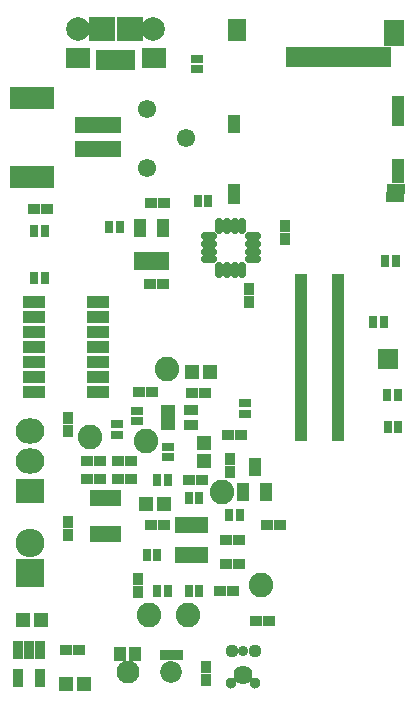
<source format=gbr>
G04 #@! TF.FileFunction,Soldermask,Top*
%FSLAX46Y46*%
G04 Gerber Fmt 4.6, Leading zero omitted, Abs format (unit mm)*
G04 Created by KiCad (PCBNEW 0.201601221447+6507~42~ubuntu15.10.1-product) date Fri 22 Jan 2016 05:48:07 PM EST*
%MOMM*%
G01*
G04 APERTURE LIST*
%ADD10C,0.100000*%
%ADD11R,1.000000X0.900000*%
%ADD12R,1.100000X0.600000*%
%ADD13R,2.432000X2.127200*%
%ADD14O,2.432000X2.127200*%
%ADD15R,0.900000X1.000000*%
%ADD16R,1.200000X1.150000*%
%ADD17R,1.150000X1.200000*%
%ADD18R,0.800000X1.000000*%
%ADD19R,1.000000X0.800000*%
%ADD20R,1.000000X1.500000*%
%ADD21R,1.170000X0.820000*%
%ADD22R,0.880000X1.390000*%
%ADD23R,1.000000X1.650000*%
%ADD24C,2.080000*%
%ADD25R,0.670000X1.400000*%
%ADD26R,0.900000X1.600000*%
%ADD27C,1.550000*%
%ADD28R,3.795980X1.898600*%
%ADD29R,3.897580X1.395680*%
%ADD30O,1.400000X0.700000*%
%ADD31O,0.700000X1.400000*%
%ADD32R,1.200000X1.800000*%
%ADD33R,1.750000X2.200000*%
%ADD34R,1.560000X1.900000*%
%ADD35R,1.050000X2.540000*%
%ADD36R,1.000000X1.550000*%
%ADD37R,1.050000X2.000000*%
%ADD38R,1.050000X1.700000*%
%ADD39R,1.500000X0.850000*%
%ADD40R,1.550000X0.850000*%
%ADD41R,2.432000X2.432000*%
%ADD42O,2.432000X2.432000*%
%ADD43R,0.850000X0.850000*%
%ADD44C,1.123000*%
%ADD45C,0.962000*%
%ADD46C,0.912000*%
%ADD47C,1.624000*%
%ADD48R,1.050000X0.945000*%
%ADD49C,1.850000*%
%ADD50R,1.000000X1.200000*%
%ADD51C,1.950000*%
%ADD52R,1.950000X1.000000*%
%ADD53R,2.300000X2.000000*%
%ADD54R,2.000000X1.800000*%
%ADD55R,0.800000X1.750000*%
%ADD56C,2.000000*%
G04 APERTURE END LIST*
D10*
D11*
X140420000Y-121666000D03*
X141520000Y-121666000D03*
D12*
X152781000Y-125443000D03*
X149701000Y-125443000D03*
X152781000Y-125043000D03*
X149701000Y-125043000D03*
X152781000Y-124643000D03*
X149701000Y-124643000D03*
X152781000Y-124243000D03*
X149701000Y-124243000D03*
X152781000Y-123843000D03*
X149701000Y-123843000D03*
X152781000Y-123443000D03*
X149701000Y-123443000D03*
X152781000Y-123043000D03*
X149701000Y-123043000D03*
X152781000Y-122643000D03*
X149701000Y-122643000D03*
X152781000Y-122243000D03*
X149701000Y-122243000D03*
X152781000Y-121843000D03*
X149701000Y-121843000D03*
X152781000Y-121443000D03*
X149701000Y-121443000D03*
X152781000Y-121043000D03*
X149701000Y-121043000D03*
X152781000Y-120643000D03*
X149701000Y-120643000D03*
X152781000Y-120243000D03*
X149701000Y-120243000D03*
X152781000Y-119843000D03*
X149701000Y-119843000D03*
X152781000Y-119443000D03*
X149701000Y-119443000D03*
X152781000Y-119043000D03*
X149701000Y-119043000D03*
X152781000Y-118643000D03*
X149701000Y-118643000D03*
X152781000Y-118243000D03*
X149701000Y-118243000D03*
X152781000Y-117843000D03*
X149701000Y-117843000D03*
X152781000Y-117443000D03*
X149701000Y-117443000D03*
X152781000Y-117043000D03*
X149701000Y-117043000D03*
X152781000Y-116643000D03*
X149701000Y-116643000D03*
X152781000Y-116243000D03*
X149701000Y-116243000D03*
X152781000Y-115843000D03*
X149701000Y-115843000D03*
X152781000Y-115443000D03*
X149701000Y-115443000D03*
X152781000Y-115043000D03*
X149701000Y-115043000D03*
X152781000Y-114643000D03*
X149701000Y-114643000D03*
X152781000Y-114243000D03*
X149701000Y-114243000D03*
X152781000Y-113843000D03*
X149701000Y-113843000D03*
X152781000Y-113443000D03*
X149701000Y-113443000D03*
X152781000Y-113043000D03*
X149701000Y-113043000D03*
X152781000Y-112643000D03*
X149701000Y-112643000D03*
X152781000Y-112243000D03*
X149701000Y-112243000D03*
X152781000Y-111843000D03*
X149701000Y-111843000D03*
D13*
X126746000Y-129921000D03*
D14*
X126746000Y-127381000D03*
X126746000Y-124841000D03*
D11*
X143341000Y-136144000D03*
X144441000Y-136144000D03*
X146981000Y-140970000D03*
X145881000Y-140970000D03*
X138074400Y-105511600D03*
X136974400Y-105511600D03*
X137964000Y-112395000D03*
X136864000Y-112395000D03*
X142833000Y-138430000D03*
X143933000Y-138430000D03*
X144568000Y-125222000D03*
X143468000Y-125222000D03*
D15*
X129921000Y-132546000D03*
X129921000Y-133646000D03*
X135890000Y-137372000D03*
X135890000Y-138472000D03*
D16*
X138037000Y-131064000D03*
X136537000Y-131064000D03*
X140462000Y-119888000D03*
X141962000Y-119888000D03*
D11*
X138091000Y-132842000D03*
X136991000Y-132842000D03*
X146770000Y-132842000D03*
X147870000Y-132842000D03*
X141266000Y-129032000D03*
X140166000Y-129032000D03*
X132630000Y-128905000D03*
X131530000Y-128905000D03*
X134197000Y-128905000D03*
X135297000Y-128905000D03*
X132630000Y-127381000D03*
X131530000Y-127381000D03*
X143341000Y-134112000D03*
X144441000Y-134112000D03*
X134197000Y-127381000D03*
X135297000Y-127381000D03*
D15*
X141605000Y-144865000D03*
X141605000Y-145965000D03*
D17*
X141478000Y-127369000D03*
X141478000Y-125869000D03*
D11*
X130852000Y-143383000D03*
X129752000Y-143383000D03*
D16*
X127623000Y-140843000D03*
X126123000Y-140843000D03*
D15*
X143637000Y-128312000D03*
X143637000Y-127212000D03*
D16*
X129806000Y-146304000D03*
X131306000Y-146304000D03*
D11*
X127085000Y-106045000D03*
X128185000Y-106045000D03*
D18*
X127958000Y-107950000D03*
X127058000Y-107950000D03*
X134308000Y-107569000D03*
X133408000Y-107569000D03*
X138372000Y-129032000D03*
X137472000Y-129032000D03*
X136583000Y-135382000D03*
X137483000Y-135382000D03*
D19*
X138430000Y-127069000D03*
X138430000Y-126169000D03*
X134112000Y-124264000D03*
X134112000Y-125164000D03*
D18*
X141039000Y-138430000D03*
X140139000Y-138430000D03*
D19*
X135763000Y-124021000D03*
X135763000Y-123121000D03*
D18*
X138372000Y-138430000D03*
X137472000Y-138430000D03*
X140139000Y-130556000D03*
X141039000Y-130556000D03*
X143568000Y-131953000D03*
X144468000Y-131953000D03*
D20*
X136057600Y-110439200D03*
X137007600Y-110439200D03*
X137957600Y-110439200D03*
X137957600Y-107639200D03*
X136057600Y-107639200D03*
D21*
X138435000Y-123048000D03*
X138435000Y-123698000D03*
X138435000Y-124348000D03*
X140335000Y-124348000D03*
X140335000Y-123048000D03*
D22*
X139416000Y-135382000D03*
X140066000Y-135382000D03*
X140716000Y-135382000D03*
X141366000Y-135382000D03*
X141366000Y-132792000D03*
X140716000Y-132792000D03*
X140066000Y-132792000D03*
X139416000Y-132792000D03*
D23*
X144785000Y-130048000D03*
X146685000Y-130048000D03*
X145735000Y-127898000D03*
D24*
X146304000Y-137922000D03*
X131826000Y-125349000D03*
X138303000Y-119634000D03*
X136525000Y-125730000D03*
X136779000Y-140462000D03*
X140081000Y-140462000D03*
X143002000Y-130048000D03*
D25*
X132096000Y-130555000D03*
X132096000Y-133605000D03*
X132596000Y-130555000D03*
X132596000Y-133605000D03*
X133096000Y-130555000D03*
X133096000Y-133605000D03*
X133596000Y-130555000D03*
X133596000Y-133605000D03*
X134096000Y-130555000D03*
X134096000Y-133605000D03*
D26*
X127569000Y-143383000D03*
X126619000Y-143383000D03*
X125669000Y-143383000D03*
X125669000Y-145733000D03*
X127569000Y-145733000D03*
D19*
X144907000Y-122511400D03*
X144907000Y-123411400D03*
D27*
X139953000Y-100076000D03*
X136653000Y-102576000D03*
X136653000Y-97576000D03*
D28*
X126911100Y-96619060D03*
D29*
X132461000Y-98968560D03*
X132461000Y-100965000D03*
D28*
X126911100Y-103314500D03*
D30*
X145583400Y-110317800D03*
X145583400Y-109667800D03*
X145583400Y-109017800D03*
X145583400Y-108367800D03*
D31*
X144708400Y-107492800D03*
D30*
X141883400Y-110317800D03*
D31*
X144708400Y-111192800D03*
X144058400Y-107492800D03*
X143408400Y-107492800D03*
X142758400Y-107492800D03*
D30*
X141883400Y-109667800D03*
X141883400Y-109017800D03*
X141883400Y-108367800D03*
D31*
X144058400Y-111192800D03*
X143408400Y-111192800D03*
X142758400Y-111192800D03*
D32*
X156673000Y-93218000D03*
X155573000Y-93218000D03*
X154473000Y-93218000D03*
X153373000Y-93218000D03*
X152273000Y-93218000D03*
X151173000Y-93218000D03*
X150073000Y-93218000D03*
X148973000Y-93218000D03*
D33*
X157563000Y-91168000D03*
D34*
X144243000Y-90918000D03*
D35*
X157888000Y-97798000D03*
D36*
X143963000Y-98893000D03*
D37*
X157888000Y-102878000D03*
D38*
X143988000Y-104818000D03*
D39*
X157663000Y-104383000D03*
D40*
X157638000Y-105043000D03*
D18*
X140901000Y-105410000D03*
X141801000Y-105410000D03*
D19*
X140843000Y-94245000D03*
X140843000Y-93345000D03*
D18*
X156776000Y-110490000D03*
X157676000Y-110490000D03*
D41*
X126746000Y-136906000D03*
D42*
X126746000Y-134366000D03*
D43*
X157473200Y-118294600D03*
X156623200Y-118294600D03*
X157473200Y-119144600D03*
X156623200Y-119144600D03*
D18*
X157904600Y-124510800D03*
X157004600Y-124510800D03*
X156660000Y-115646200D03*
X155760000Y-115646200D03*
X157879200Y-121767600D03*
X156979200Y-121767600D03*
D44*
X143814000Y-143439000D03*
D45*
X143765000Y-146176000D03*
X145795000Y-146176000D03*
D44*
X145746000Y-143439000D03*
D46*
X144780000Y-143439000D03*
D47*
X144780000Y-145542000D03*
D48*
X138209000Y-143810500D03*
X139159000Y-143810500D03*
D49*
X138684000Y-145288000D03*
D50*
X135586000Y-143764000D03*
X134366000Y-143764000D03*
D51*
X134976000Y-145284000D03*
D11*
X135975000Y-121539000D03*
X137075000Y-121539000D03*
D15*
X129921000Y-123783000D03*
X129921000Y-124883000D03*
D52*
X127094000Y-121539000D03*
X132494000Y-121539000D03*
X127094000Y-120269000D03*
X132494000Y-120269000D03*
X127094000Y-118999000D03*
X132494000Y-118999000D03*
X127094000Y-117729000D03*
X132494000Y-117729000D03*
X127094000Y-116459000D03*
X132494000Y-116459000D03*
X127094000Y-115189000D03*
X132494000Y-115189000D03*
X127094000Y-113919000D03*
X132494000Y-113919000D03*
D18*
X127958000Y-111887000D03*
X127058000Y-111887000D03*
D15*
X148336000Y-108627000D03*
X148336000Y-107527000D03*
X145288000Y-112861000D03*
X145288000Y-113961000D03*
D53*
X135185000Y-90797000D03*
X132785000Y-90797000D03*
D54*
X137185000Y-93297000D03*
X130785000Y-93297000D03*
D55*
X135285000Y-93472000D03*
X134635000Y-93472000D03*
X133985000Y-93472000D03*
X133335000Y-93472000D03*
X132685000Y-93472000D03*
D56*
X137160000Y-90797000D03*
X130810000Y-90797000D03*
M02*

</source>
